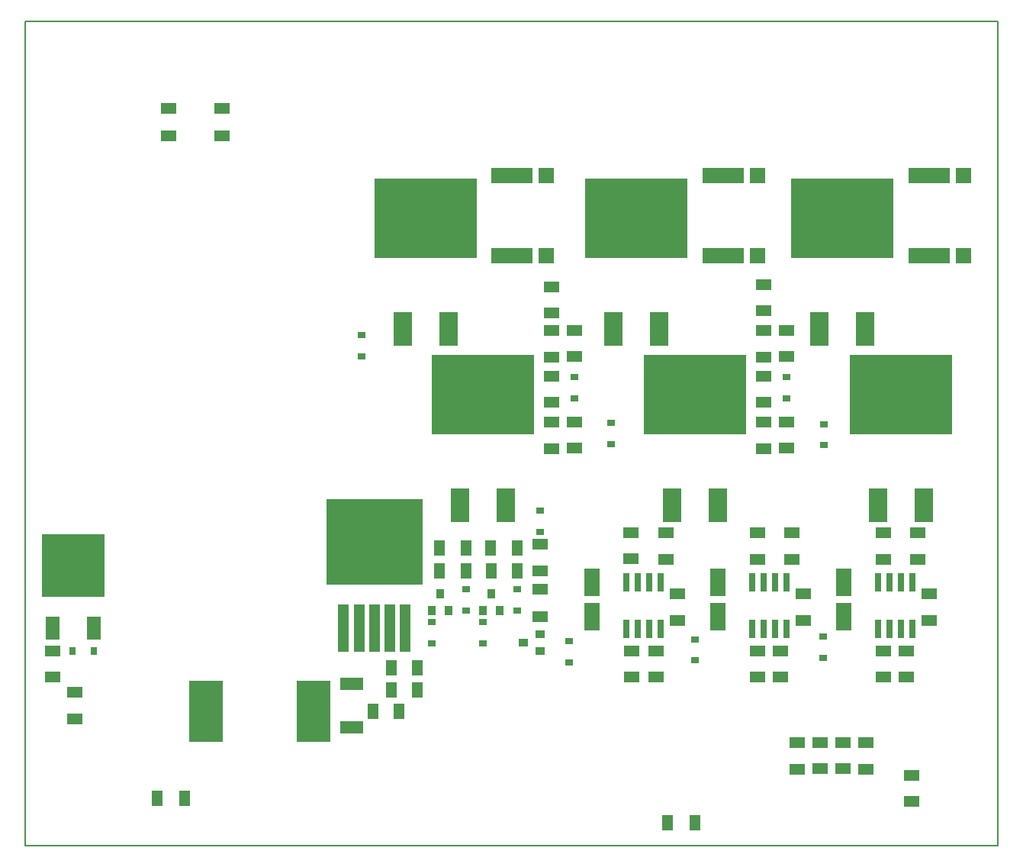
<source format=gbr>
G04 PROTEUS RS274X GERBER FILE*
%FSLAX45Y45*%
%MOMM*%
G01*
%ADD19R,4.572000X1.651000*%
%ADD70R,1.651000X1.651000*%
%ADD20R,6.985000X6.985000*%
%ADD21R,1.524000X2.540000*%
%ADD22R,0.635000X0.889000*%
%ADD23R,1.803400X1.143000*%
%ADD24R,1.143000X5.207000*%
%ADD25R,10.744200X9.550400*%
%ADD26R,3.810000X6.858000*%
%ADD27R,2.540000X1.473200*%
%ADD28R,1.143000X1.803400*%
%ADD72R,0.635000X2.032000*%
%ADD73R,1.651000X3.048000*%
%ADD30R,0.889000X0.635000*%
%ADD31R,0.889000X1.016000*%
%ADD32R,1.016000X0.889000*%
%ADD36R,11.430000X8.890000*%
%ADD37R,2.032000X3.810000*%
%ADD38C,0.203200*%
D19*
X+6667500Y+1016000D03*
X+6667500Y+127000D03*
D70*
X+7048500Y+127000D03*
X+7048500Y+1016000D03*
D19*
X+8953500Y+1016000D03*
X+8953500Y+127000D03*
D70*
X+9334500Y+127000D03*
X+9334500Y+1016000D03*
D19*
X+4318000Y+1016000D03*
X+4318000Y+127000D03*
D70*
X+4699000Y+127000D03*
X+4699000Y+1016000D03*
D20*
X-546100Y-3309620D03*
D21*
X-774700Y-4000500D03*
X-317500Y-4000500D03*
D22*
X-552450Y-4254500D03*
X-317500Y-4254500D03*
D23*
X-774700Y-4544500D03*
X-774700Y-4254500D03*
D24*
X+2453640Y-4000500D03*
X+2623820Y-4000500D03*
X+2794000Y-4000500D03*
X+2964180Y-4000500D03*
X+3134360Y-4000500D03*
D25*
X+2794000Y-3048000D03*
D26*
X+2120900Y-4927600D03*
X+927100Y-4927600D03*
D27*
X+2540000Y-5102800D03*
X+2540000Y-4622800D03*
D23*
X-527800Y-4711700D03*
X-527800Y-5011700D03*
D28*
X+3274500Y-4445000D03*
X+2984500Y-4445000D03*
D23*
X+508000Y+1760500D03*
X+508000Y+1460500D03*
X+1104900Y+1760500D03*
X+1104900Y+1460500D03*
X+6032500Y-2948500D03*
X+6032500Y-3238500D03*
X+5638800Y-2946400D03*
X+5638800Y-3236400D03*
D72*
X+5588000Y-4013200D03*
X+5715000Y-4013200D03*
X+5842000Y-4013200D03*
X+5969000Y-4013200D03*
X+5969000Y-3492500D03*
X+5842000Y-3492500D03*
X+5715000Y-3492500D03*
X+5588000Y-3492500D03*
X+6985000Y-4013200D03*
X+7112000Y-4013200D03*
X+7239000Y-4013200D03*
X+7366000Y-4013200D03*
X+7366000Y-3492500D03*
X+7239000Y-3492500D03*
X+7112000Y-3492500D03*
X+6985000Y-3492500D03*
X+8382000Y-4013200D03*
X+8509000Y-4013200D03*
X+8636000Y-4013200D03*
X+8763000Y-4013200D03*
X+8763000Y-3492500D03*
X+8636000Y-3492500D03*
X+8509000Y-3492500D03*
X+8382000Y-3492500D03*
D23*
X+7048500Y-2948500D03*
X+7048500Y-3238500D03*
D73*
X+5207000Y-3492500D03*
X+5207000Y-3873500D03*
X+6604000Y-3492500D03*
X+6604000Y-3873500D03*
X+8001000Y-3492500D03*
X+8001000Y-3873500D03*
D30*
X+4953000Y-4381500D03*
X+4953000Y-4146550D03*
X+6350000Y-4362450D03*
X+6350000Y-4127500D03*
X+7778750Y-4330700D03*
X+7778750Y-4095750D03*
D23*
X+6159500Y-3619500D03*
X+6159500Y-3919500D03*
X+7556500Y-3619500D03*
X+7556500Y-3919500D03*
X+8953500Y-3619500D03*
X+8953500Y-3919500D03*
X+7429500Y-2948500D03*
X+7429500Y-3238500D03*
X+8445500Y-2948500D03*
X+8445500Y-3238500D03*
X+8826500Y-2948500D03*
X+8826500Y-3238500D03*
X+5651500Y-4544500D03*
X+5651500Y-4254500D03*
X+5923000Y-4544500D03*
X+5923000Y-4254500D03*
X+7048500Y-4544500D03*
X+7048500Y-4254500D03*
X+5016500Y-698500D03*
X+5016500Y-988500D03*
X+4762500Y-218000D03*
X+4762500Y-508000D03*
X+5016500Y-1714500D03*
X+5016500Y-2004500D03*
X+4762500Y-1206500D03*
X+4762500Y-1496500D03*
X+4762500Y-698500D03*
X+4762500Y-998500D03*
X+4762500Y-1714500D03*
X+4762500Y-2014500D03*
X+7112000Y-698500D03*
X+7112000Y-998500D03*
X+7112000Y-1714500D03*
X+7112000Y-2014500D03*
X+7366000Y-698500D03*
X+7366000Y-988500D03*
X+7112000Y-190500D03*
X+7112000Y-480500D03*
X+7366000Y-1714500D03*
X+7366000Y-2004500D03*
X+7112000Y-1206500D03*
X+7112000Y-1496500D03*
D31*
X+3522980Y-3619500D03*
X+3429000Y-3810000D03*
X+3616960Y-3810000D03*
X+4094480Y-3619500D03*
X+4000500Y-3810000D03*
X+4188460Y-3810000D03*
D32*
X+4445000Y-4160520D03*
X+4635500Y-4254500D03*
X+4635500Y-4066540D03*
D30*
X+3810000Y-3575050D03*
X+3810000Y-3810000D03*
X+3429000Y-3937000D03*
X+3429000Y-4171950D03*
X+4381500Y-3575050D03*
X+4381500Y-3810000D03*
X+4000500Y-3937000D03*
X+4000500Y-4171950D03*
D28*
X+3520000Y-3365500D03*
X+3810000Y-3365500D03*
X+3520000Y-3111500D03*
X+3810000Y-3111500D03*
X+4381500Y-3365500D03*
X+4091500Y-3365500D03*
D23*
X+4635500Y-3075500D03*
X+4635500Y-3365500D03*
X+4635500Y-3873500D03*
X+4635500Y-3573500D03*
D28*
X+4381500Y-3111500D03*
X+4081500Y-3111500D03*
D23*
X+8699500Y-4544500D03*
X+8699500Y-4254500D03*
D28*
X+6350000Y-6159500D03*
X+6050000Y-6159500D03*
D23*
X+8245500Y-5570500D03*
X+8245500Y-5270500D03*
X+7483500Y-5570499D03*
X+7483500Y-5270500D03*
X+7302500Y-4544500D03*
X+7302500Y-4254500D03*
X+8445500Y-4544500D03*
X+8445500Y-4254500D03*
X+8753500Y-5635301D03*
X+8753500Y-5925301D03*
X+7991500Y-5270500D03*
X+7991500Y-5560500D03*
X+7737500Y-5270500D03*
X+7737500Y-5560500D03*
D36*
X+3365500Y+546100D03*
D37*
X+3111500Y-685800D03*
X+3619500Y-685800D03*
D36*
X+4000500Y-1409700D03*
D37*
X+3746500Y-2641600D03*
X+4254500Y-2641600D03*
D36*
X+5702300Y+546100D03*
D37*
X+5448300Y-685800D03*
X+5956300Y-685800D03*
D36*
X+6350000Y-1409700D03*
D37*
X+6096000Y-2641600D03*
X+6604000Y-2641600D03*
D36*
X+7988300Y+546100D03*
D37*
X+7734300Y-685800D03*
X+8242300Y-685800D03*
D36*
X+8636000Y-1409700D03*
D37*
X+8382000Y-2641600D03*
X+8890000Y-2641600D03*
D28*
X+3274500Y-4686300D03*
X+2984500Y-4686300D03*
X+2781300Y-4927600D03*
X+3071300Y-4927600D03*
X+385800Y-5892800D03*
X+685800Y-5892800D03*
D30*
X+4635500Y-2933700D03*
X+4635500Y-2698750D03*
X+2654300Y-990600D03*
X+2654300Y-755650D03*
X+5016500Y-1219200D03*
X+5016500Y-1454150D03*
X+5422900Y-1962150D03*
X+5422900Y-1727200D03*
X+7366000Y-1219200D03*
X+7366000Y-1454150D03*
X+7785100Y-1974850D03*
X+7785100Y-1739900D03*
D38*
X-1079500Y-6413500D02*
X+9715500Y-6413500D01*
X+9715500Y+2730500D01*
X-1079500Y+2730500D01*
X-1079500Y-6413500D01*
M02*

</source>
